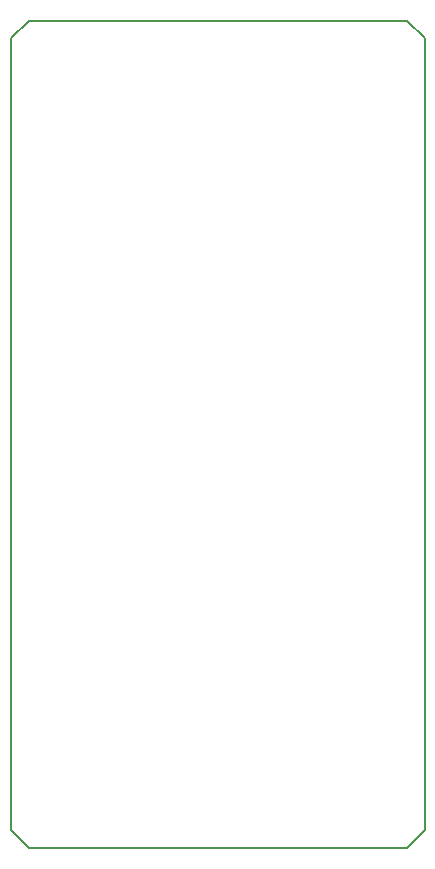
<source format=gbr>
G04 DesignSpark PCB PRO Gerber Version 10.0 Build 5299*
G04 #@! TF.Part,Single*
%FSLAX35Y35*%
%MOIN*%
%ADD17C,0.00500*%
G04 #@! TD.AperFunction*
X0Y0D02*
D02*
D17*
X4331Y6299D02*
Y270079D01*
X10236Y275984D01*
X136220D01*
X142126Y270079D01*
Y6299D01*
X136220Y394D01*
X10236D01*
X4331Y6299D01*
X0Y0D02*
M02*

</source>
